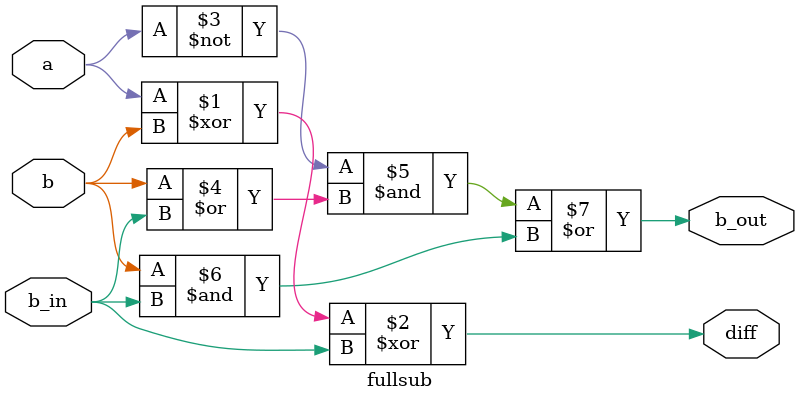
<source format=v>
module fullsub(
input a,b,b_in,
output diff,
output b_out);

assign diff=a ^ b ^ b_in;
assign b_out= (~ a & (b | b_in)) | (b & b_in);
endmodule

</source>
